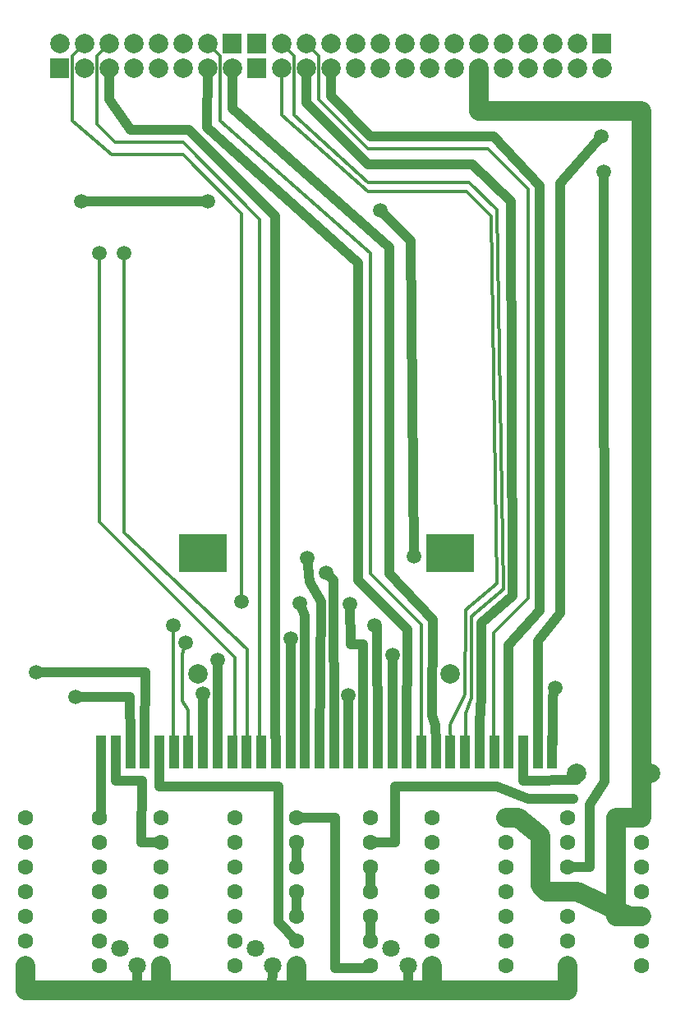
<source format=gbr>
%FSLAX34Y34*%
%MOMM*%
%LNCOPPER_TOP*%
G71*
G01*
%ADD10C, 2.00*%
%ADD11C, 1.60*%
%ADD12R, 1.00X3.42*%
%ADD13R, 5.00X4.00*%
%ADD14C, 1.00*%
%ADD15C, 0.30*%
%ADD16C, 1.50*%
%ADD17C, 2.00*%
%ADD18C, 1.00*%
%ADD19C, 2.00*%
%ADD20C, 2.00*%
%ADD21C, 1.80*%
%LPD*%
X206375Y977900D02*
G54D10*
D03*
X206375Y952500D02*
G54D10*
D03*
X180975Y977900D02*
G54D10*
D03*
X180975Y952500D02*
G54D10*
D03*
X155575Y977900D02*
G54D10*
D03*
G36*
X165575Y962500D02*
X165575Y942500D01*
X145575Y942500D01*
X145575Y962500D01*
X165575Y962500D01*
G37*
G36*
X343375Y987900D02*
X343375Y967900D01*
X323375Y967900D01*
X323375Y987900D01*
X343375Y987900D01*
G37*
X333375Y952500D02*
G54D10*
D03*
X307975Y977900D02*
G54D10*
D03*
X307975Y952500D02*
G54D10*
D03*
X282575Y977900D02*
G54D10*
D03*
X282575Y952500D02*
G54D10*
D03*
X257175Y977900D02*
G54D10*
D03*
X257175Y952500D02*
G54D10*
D03*
X231775Y977900D02*
G54D10*
D03*
X231775Y952500D02*
G54D10*
D03*
X460375Y977900D02*
G54D10*
D03*
X460375Y952500D02*
G54D10*
D03*
X434975Y977900D02*
G54D10*
D03*
X434975Y952500D02*
G54D10*
D03*
X409575Y977900D02*
G54D10*
D03*
X409575Y952500D02*
G54D10*
D03*
X384175Y977900D02*
G54D10*
D03*
X384175Y952500D02*
G54D10*
D03*
G36*
X368775Y987900D02*
X368775Y967900D01*
X348775Y967900D01*
X348775Y987900D01*
X368775Y987900D01*
G37*
G36*
X368775Y962500D02*
X368775Y942500D01*
X348775Y942500D01*
X348775Y962500D01*
X368775Y962500D01*
G37*
X587375Y977900D02*
G54D10*
D03*
X587375Y952500D02*
G54D10*
D03*
X561975Y977900D02*
G54D10*
D03*
X561975Y952500D02*
G54D10*
D03*
X536575Y977900D02*
G54D10*
D03*
X536575Y952500D02*
G54D10*
D03*
X511175Y977900D02*
G54D10*
D03*
X511175Y952500D02*
G54D10*
D03*
X485775Y977900D02*
G54D10*
D03*
X485775Y952500D02*
G54D10*
D03*
G36*
X724375Y987900D02*
X724375Y967900D01*
X704375Y967900D01*
X704375Y987900D01*
X724375Y987900D01*
G37*
X714375Y952500D02*
G54D10*
D03*
X688975Y977900D02*
G54D10*
D03*
X688975Y952500D02*
G54D10*
D03*
X663575Y977900D02*
G54D10*
D03*
X663575Y952500D02*
G54D10*
D03*
X638175Y977900D02*
G54D10*
D03*
X638175Y952500D02*
G54D10*
D03*
X612775Y977900D02*
G54D10*
D03*
X612775Y952500D02*
G54D10*
D03*
X120650Y180975D02*
G54D11*
D03*
X120650Y155575D02*
G54D11*
D03*
X120650Y130175D02*
G54D11*
D03*
X120650Y104775D02*
G54D11*
D03*
X196850Y180975D02*
G54D11*
D03*
X196850Y155575D02*
G54D11*
D03*
X196850Y130175D02*
G54D11*
D03*
X196850Y104775D02*
G54D11*
D03*
X120650Y79375D02*
G54D11*
D03*
X196850Y79375D02*
G54D11*
D03*
X120650Y53975D02*
G54D11*
D03*
X120650Y28575D02*
G54D11*
D03*
X196850Y53975D02*
G54D11*
D03*
X196850Y28575D02*
G54D11*
D03*
X400050Y180975D02*
G54D11*
D03*
X400050Y155575D02*
G54D11*
D03*
X400050Y130175D02*
G54D11*
D03*
X400050Y104775D02*
G54D11*
D03*
X476250Y180975D02*
G54D11*
D03*
X476250Y155575D02*
G54D11*
D03*
X476250Y130175D02*
G54D11*
D03*
X476250Y104775D02*
G54D11*
D03*
X400050Y79375D02*
G54D11*
D03*
X476250Y79375D02*
G54D11*
D03*
X400050Y53975D02*
G54D11*
D03*
X400050Y28575D02*
G54D11*
D03*
X476250Y53975D02*
G54D11*
D03*
X476250Y28575D02*
G54D11*
D03*
X539750Y180975D02*
G54D11*
D03*
X539750Y155575D02*
G54D11*
D03*
X539750Y130175D02*
G54D11*
D03*
X539750Y104775D02*
G54D11*
D03*
X615950Y180975D02*
G54D11*
D03*
X615950Y155575D02*
G54D11*
D03*
X615950Y130175D02*
G54D11*
D03*
X615950Y104775D02*
G54D11*
D03*
X539750Y79375D02*
G54D11*
D03*
X615950Y79375D02*
G54D11*
D03*
X539750Y53975D02*
G54D11*
D03*
X539750Y28575D02*
G54D11*
D03*
X615950Y53975D02*
G54D11*
D03*
X615950Y28575D02*
G54D11*
D03*
X679450Y180975D02*
G54D11*
D03*
X679450Y155575D02*
G54D11*
D03*
X679450Y130175D02*
G54D11*
D03*
X679450Y104775D02*
G54D11*
D03*
X755650Y180975D02*
G54D11*
D03*
X755650Y155575D02*
G54D11*
D03*
X755650Y130175D02*
G54D11*
D03*
X755650Y104775D02*
G54D11*
D03*
X679450Y79375D02*
G54D11*
D03*
X755650Y79375D02*
G54D11*
D03*
X679450Y53975D02*
G54D11*
D03*
X679450Y28575D02*
G54D11*
D03*
X755650Y53975D02*
G54D11*
D03*
X755650Y28575D02*
G54D11*
D03*
X198350Y248375D02*
G54D12*
D03*
X213350Y248375D02*
G54D12*
D03*
X228350Y248375D02*
G54D12*
D03*
X243350Y248375D02*
G54D12*
D03*
X258350Y248375D02*
G54D12*
D03*
X273350Y248375D02*
G54D12*
D03*
X288350Y248375D02*
G54D12*
D03*
X303350Y248375D02*
G54D12*
D03*
X318350Y248375D02*
G54D12*
D03*
X333350Y248375D02*
G54D12*
D03*
X348350Y248375D02*
G54D12*
D03*
X363350Y248375D02*
G54D12*
D03*
X378350Y248375D02*
G54D12*
D03*
X393350Y248375D02*
G54D12*
D03*
X408350Y248375D02*
G54D12*
D03*
X423350Y248375D02*
G54D12*
D03*
X438350Y248375D02*
G54D12*
D03*
X453350Y248375D02*
G54D12*
D03*
X468350Y248375D02*
G54D12*
D03*
X483350Y248375D02*
G54D12*
D03*
X498350Y248375D02*
G54D12*
D03*
X513350Y248375D02*
G54D12*
D03*
X528350Y248375D02*
G54D12*
D03*
X543350Y248375D02*
G54D12*
D03*
X558350Y248375D02*
G54D12*
D03*
X573350Y248375D02*
G54D12*
D03*
X588350Y248375D02*
G54D12*
D03*
X603350Y248375D02*
G54D12*
D03*
X618350Y248375D02*
G54D12*
D03*
X633350Y248375D02*
G54D12*
D03*
X648350Y248375D02*
G54D12*
D03*
X663350Y248375D02*
G54D12*
D03*
X303350Y453375D02*
G54D13*
D03*
X558350Y453375D02*
G54D13*
D03*
G54D14*
X434975Y952500D02*
X434975Y923925D01*
X476250Y882650D01*
X603250Y882650D01*
X649922Y831888D01*
X649980Y393774D01*
X618041Y358212D01*
X618169Y256879D01*
G54D15*
X409575Y977900D02*
X422275Y965200D01*
X422275Y920750D01*
X473075Y869950D01*
X596900Y869950D01*
X638175Y828675D01*
X638175Y406400D01*
X603250Y371475D01*
X603250Y257175D01*
G54D14*
X409575Y952500D02*
X409575Y917575D01*
X473075Y854075D01*
X581025Y854075D01*
X620252Y815857D01*
X622300Y409575D01*
X590550Y381000D01*
X590550Y304800D01*
X588236Y278488D01*
X588300Y256925D01*
G54D15*
X384175Y977900D02*
X396875Y965200D01*
X396875Y904875D01*
X473075Y835025D01*
X577850Y835025D01*
X606653Y806803D01*
X612775Y415925D01*
X580075Y388300D01*
X580175Y304250D01*
X573699Y288378D01*
X573690Y257619D01*
G54D15*
X384175Y952500D02*
X384175Y904875D01*
X473075Y825500D01*
X574675Y825500D01*
X600075Y800100D01*
X606425Y422275D01*
X573800Y394575D01*
X573350Y307900D01*
X558350Y276150D01*
X558800Y257175D01*
G54D14*
X333375Y952500D02*
X333375Y911225D01*
X495300Y768350D01*
X495300Y431800D01*
X540098Y384502D01*
X539750Y285750D01*
X542925Y276225D01*
X543376Y257744D01*
G54D15*
X307975Y977900D02*
X320675Y965200D01*
X320675Y898525D01*
X476250Y762000D01*
X476250Y431800D01*
X528396Y379482D01*
X528396Y257560D01*
G54D14*
X307975Y952500D02*
X307579Y891922D01*
X463550Y752475D01*
X463550Y425450D01*
X514350Y374650D01*
X513213Y257858D01*
G54D15*
X349250Y257175D02*
X349250Y353775D01*
X222250Y474425D01*
X222250Y762000D01*
X222250Y762000D02*
G54D16*
D03*
G54D15*
X336550Y257175D02*
X336550Y346075D01*
X196850Y485775D01*
X196850Y762000D01*
X196850Y762000D02*
G54D16*
D03*
X285750Y360675D02*
G54D16*
D03*
X273050Y378775D02*
G54D16*
D03*
G54D15*
X288350Y248375D02*
X288350Y291375D01*
X281600Y301125D01*
X281600Y349125D01*
X285750Y360675D01*
G54D15*
X273050Y257175D02*
X273050Y378775D01*
X393700Y365125D02*
G54D16*
D03*
G54D14*
X393350Y258375D02*
X393350Y364775D01*
X393700Y365125D01*
G54D14*
X408350Y257025D02*
X408350Y388575D01*
X403350Y401475D01*
X403350Y401475D02*
G54D16*
D03*
G54D14*
X423350Y255675D02*
X425450Y403225D01*
X413350Y423375D01*
X410650Y448375D01*
X410650Y448375D02*
G54D16*
D03*
X430150Y433075D02*
G54D16*
D03*
G54D14*
X438378Y257174D02*
X438150Y425075D01*
X430150Y433075D01*
X455100Y400750D02*
G54D16*
D03*
G54D14*
X468350Y248375D02*
X468377Y359154D01*
X455163Y359152D01*
X455100Y400750D01*
X480500Y378525D02*
G54D16*
D03*
G54D14*
X483396Y257175D02*
X482600Y376425D01*
X480500Y378525D01*
X318350Y343375D02*
G54D16*
D03*
X303350Y308375D02*
G54D16*
D03*
G54D14*
X303350Y257025D02*
X303350Y308375D01*
G54D14*
X318350Y257025D02*
X318350Y343375D01*
X342900Y403225D02*
G54D16*
D03*
X453350Y306550D02*
G54D16*
D03*
G54D14*
X453350Y257025D02*
X453350Y306550D01*
X498350Y347825D02*
G54D16*
D03*
G54D14*
X498350Y347825D02*
X498350Y258375D01*
G54D17*
X755650Y79375D02*
X742950Y79375D01*
X688975Y104775D01*
X679450Y104775D01*
G54D17*
X587375Y952500D02*
X587375Y909075D01*
X755650Y909075D01*
X755650Y180975D01*
G54D14*
X400050Y53975D02*
X381000Y73025D01*
X381000Y212725D01*
X258655Y212577D01*
X258655Y237829D01*
X485775Y806450D02*
G54D16*
D03*
X520575Y449425D02*
G54D16*
D03*
G54D14*
X520575Y449425D02*
X517400Y774825D01*
X485775Y806450D01*
G54D14*
X679450Y130175D02*
X701675Y130175D01*
X701650Y193775D01*
X717550Y217488D01*
X717550Y282575D01*
X716661Y845665D01*
X716661Y845665D02*
G54D16*
D03*
X685320Y199680D02*
G54D18*
D03*
G54D14*
X476250Y155575D02*
X501650Y155575D01*
X501650Y212725D01*
X606425Y212725D01*
X638175Y200025D01*
X685324Y199679D01*
G54D17*
X120650Y28575D02*
X120650Y3175D01*
X679450Y3175D01*
G54D17*
X400050Y28575D02*
X400050Y7938D01*
G54D17*
X539750Y28575D02*
X539750Y3175D01*
X713900Y882100D02*
G54D16*
D03*
G54D14*
X713900Y882100D02*
X671433Y834475D01*
X671075Y391200D01*
X648496Y362964D01*
X648312Y257437D01*
X307975Y815975D02*
G54D16*
D03*
X177800Y815975D02*
G54D16*
D03*
G54D14*
X307975Y815975D02*
X177800Y815975D01*
X666750Y314325D02*
G54D16*
D03*
G54D14*
X663575Y257175D02*
X663575Y304800D01*
X666750Y314325D01*
G54D17*
X749300Y79375D02*
X728662Y79375D01*
X728662Y180975D01*
X755650Y180975D01*
G54D14*
X198350Y238375D02*
X198350Y180975D01*
X195154Y180975D01*
X196850Y180975D01*
G54D17*
X679450Y28575D02*
X679450Y3175D01*
X298350Y328375D02*
G54D19*
D03*
X558350Y328375D02*
G54D19*
D03*
X260350Y180975D02*
G54D11*
D03*
X260350Y155575D02*
G54D11*
D03*
X260350Y130175D02*
G54D11*
D03*
X260350Y104775D02*
G54D11*
D03*
X336550Y180975D02*
G54D11*
D03*
X336550Y155575D02*
G54D11*
D03*
X336550Y130175D02*
G54D11*
D03*
X336550Y104775D02*
G54D11*
D03*
X260350Y79375D02*
G54D11*
D03*
X336550Y79375D02*
G54D11*
D03*
X260350Y53975D02*
G54D11*
D03*
X260350Y28575D02*
G54D11*
D03*
X336550Y53975D02*
G54D11*
D03*
X336550Y28575D02*
G54D11*
D03*
X172300Y305275D02*
G54D16*
D03*
G54D14*
X172300Y305275D02*
X228125Y305275D01*
X228215Y304801D01*
X228289Y260298D01*
X131025Y330675D02*
G54D16*
D03*
G54D14*
X243413Y260270D02*
X243515Y330200D01*
X131500Y330200D01*
X131025Y330675D01*
X764752Y226318D02*
G54D20*
D03*
X688552Y226318D02*
G54D20*
D03*
G54D14*
X633399Y237600D02*
X633399Y218288D01*
X688570Y219832D01*
X688552Y226318D01*
X688975Y226741D01*
X688552Y226318D01*
G54D14*
X213181Y234722D02*
X213249Y219075D01*
X240237Y219075D01*
X239712Y155575D01*
X260350Y155575D01*
G54D17*
X615950Y180975D02*
X628650Y180975D01*
X650875Y161925D01*
X650875Y111125D01*
X657225Y104775D01*
X679450Y104775D01*
G54D17*
X260350Y28575D02*
X260350Y6350D01*
G54D14*
X476250Y130175D02*
X476250Y104775D01*
G54D14*
X476250Y79375D02*
X476250Y53975D01*
G54D14*
X400050Y180975D02*
X439738Y180975D01*
X439738Y25400D01*
X473075Y25400D01*
X476250Y28575D01*
G54D14*
X400050Y155575D02*
X400050Y130175D01*
G54D14*
X400050Y104775D02*
X400050Y79375D01*
G54D14*
X206375Y952500D02*
X206375Y920750D01*
X228600Y889000D01*
X288925Y889000D01*
X377825Y800100D01*
X377825Y263525D01*
G54D15*
X206375Y977900D02*
X193675Y965200D01*
X193675Y895350D01*
X212725Y876300D01*
X282575Y876300D01*
X361950Y796925D01*
X361950Y263525D01*
G54D15*
X180975Y977900D02*
X168275Y965200D01*
X168275Y898525D01*
X209550Y863600D01*
X282575Y863600D01*
X342900Y803275D01*
X342900Y403225D01*
X357208Y45939D02*
G54D21*
D03*
X374885Y28261D02*
G54D21*
D03*
X217508Y45939D02*
G54D21*
D03*
X235185Y28261D02*
G54D21*
D03*
X496908Y45939D02*
G54D21*
D03*
X514585Y28261D02*
G54D21*
D03*
G54D14*
X514585Y28261D02*
X514585Y9760D01*
X512762Y7938D01*
G54D14*
X374885Y28261D02*
X374650Y3175D01*
G54D14*
X235185Y28261D02*
X235185Y6585D01*
X280988Y4762D01*
M02*

</source>
